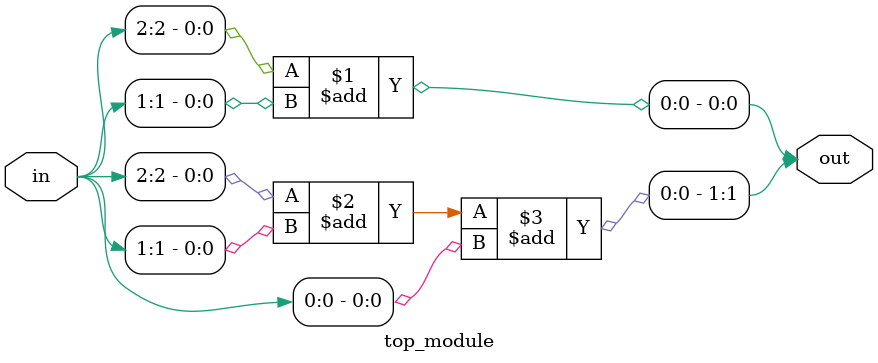
<source format=sv>
module top_module (
    input [2:0] in,
    output [1:0] out
);

    assign out = {in[2] + in[1] + in[0], in[2] + in[1]};
    
endmodule

</source>
